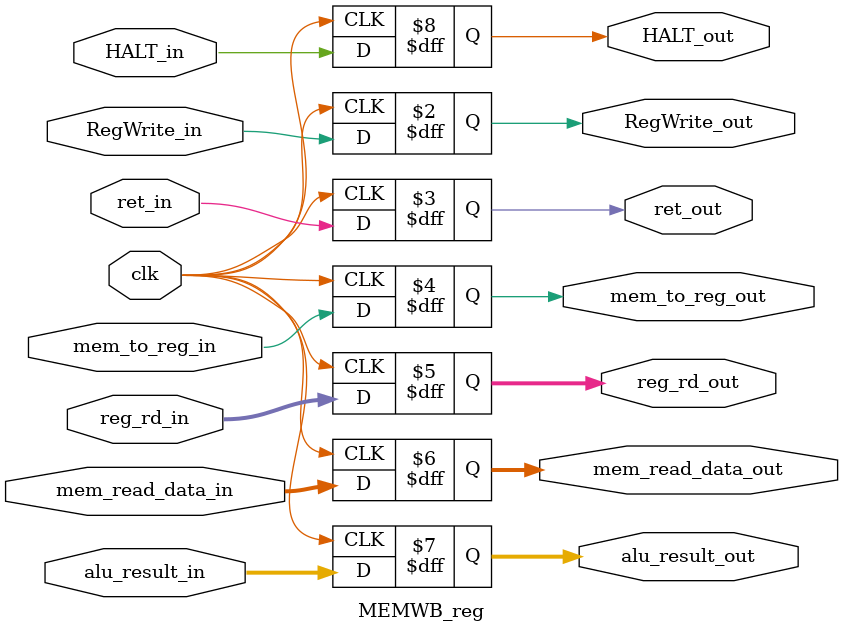
<source format=sv>

module MEMWB_reg(clk, 
	RegWrite_in, ret_in, mem_to_reg_in, reg_rd_in, mem_read_data_in, alu_result_in, HALT_in,
	RegWrite_out, ret_out, mem_to_reg_out, reg_rd_out, mem_read_data_out, alu_result_out, HALT_out);

//////////////////////////INPUTS///////////////////////////////
input clk;

input RegWrite_in;
input ret_in;
input mem_to_reg_in;
input [3:0]  reg_rd_in;
input [15:0] mem_read_data_in;
input [15:0] alu_result_in;

input HALT_in;

///////////////////////////////////////////////////////////////

//////////////////////////OUTPUTS//////////////////////////////

output logic RegWrite_out;
output logic ret_out;
output logic mem_to_reg_out;
output logic [3:0]  reg_rd_out;
output logic [15:0] mem_read_data_out;
output logic [15:0] alu_result_out;

output logic HALT_out;

///////////////////////////////////////////////////////////////

always @(posedge clk) begin

   	HALT_out          <= HALT_in;
   	mem_to_reg_out    <= mem_to_reg_in;
	mem_read_data_out <= mem_read_data_in;
	reg_rd_out        <= reg_rd_in;
	ret_out           <= ret_in;
	alu_result_out    <= alu_result_in;
	RegWrite_out      <= RegWrite_in;
	
end

endmodule

</source>
